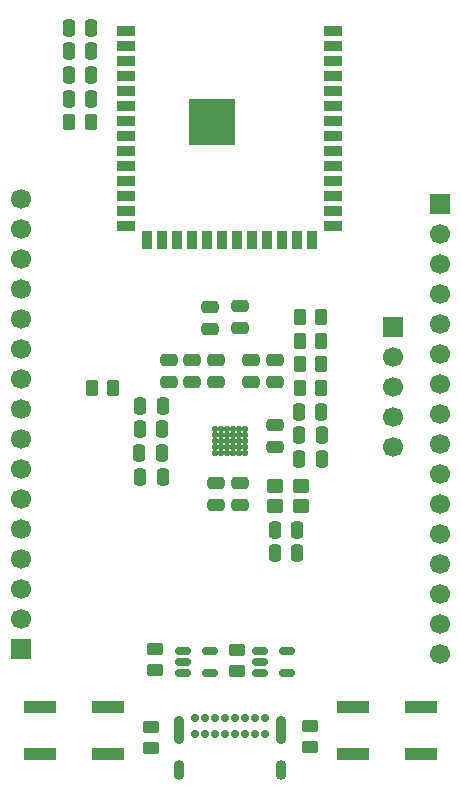
<source format=gbr>
%TF.GenerationSoftware,KiCad,Pcbnew,9.0.3*%
%TF.CreationDate,2025-08-15T22:13:16-04:00*%
%TF.ProjectId,bioimpedance,62696f69-6d70-4656-9461-6e63652e6b69,rev?*%
%TF.SameCoordinates,Original*%
%TF.FileFunction,Soldermask,Top*%
%TF.FilePolarity,Negative*%
%FSLAX46Y46*%
G04 Gerber Fmt 4.6, Leading zero omitted, Abs format (unit mm)*
G04 Created by KiCad (PCBNEW 9.0.3) date 2025-08-15 22:13:16*
%MOMM*%
%LPD*%
G01*
G04 APERTURE LIST*
G04 Aperture macros list*
%AMRoundRect*
0 Rectangle with rounded corners*
0 $1 Rounding radius*
0 $2 $3 $4 $5 $6 $7 $8 $9 X,Y pos of 4 corners*
0 Add a 4 corners polygon primitive as box body*
4,1,4,$2,$3,$4,$5,$6,$7,$8,$9,$2,$3,0*
0 Add four circle primitives for the rounded corners*
1,1,$1+$1,$2,$3*
1,1,$1+$1,$4,$5*
1,1,$1+$1,$6,$7*
1,1,$1+$1,$8,$9*
0 Add four rect primitives between the rounded corners*
20,1,$1+$1,$2,$3,$4,$5,0*
20,1,$1+$1,$4,$5,$6,$7,0*
20,1,$1+$1,$6,$7,$8,$9,0*
20,1,$1+$1,$8,$9,$2,$3,0*%
G04 Aperture macros list end*
%ADD10RoundRect,0.250000X-0.262500X-0.450000X0.262500X-0.450000X0.262500X0.450000X-0.262500X0.450000X0*%
%ADD11R,2.800000X1.000000*%
%ADD12R,1.700000X1.700000*%
%ADD13C,1.700000*%
%ADD14RoundRect,0.250000X-0.450000X-0.350000X0.450000X-0.350000X0.450000X0.350000X-0.450000X0.350000X0*%
%ADD15RoundRect,0.250000X0.475000X-0.250000X0.475000X0.250000X-0.475000X0.250000X-0.475000X-0.250000X0*%
%ADD16C,0.554000*%
%ADD17RoundRect,0.250000X-0.475000X0.250000X-0.475000X-0.250000X0.475000X-0.250000X0.475000X0.250000X0*%
%ADD18R,1.500000X0.900000*%
%ADD19R,0.900000X1.500000*%
%ADD20C,0.600000*%
%ADD21R,3.900000X3.900000*%
%ADD22RoundRect,0.250000X0.250000X0.475000X-0.250000X0.475000X-0.250000X-0.475000X0.250000X-0.475000X0*%
%ADD23RoundRect,0.150000X-0.512500X-0.150000X0.512500X-0.150000X0.512500X0.150000X-0.512500X0.150000X0*%
%ADD24RoundRect,0.250000X0.450000X-0.262500X0.450000X0.262500X-0.450000X0.262500X-0.450000X-0.262500X0*%
%ADD25RoundRect,0.250000X0.262500X0.450000X-0.262500X0.450000X-0.262500X-0.450000X0.262500X-0.450000X0*%
%ADD26RoundRect,0.250000X-0.450000X0.262500X-0.450000X-0.262500X0.450000X-0.262500X0.450000X0.262500X0*%
%ADD27RoundRect,0.250000X-0.250000X-0.475000X0.250000X-0.475000X0.250000X0.475000X-0.250000X0.475000X0*%
%ADD28C,0.700000*%
%ADD29O,0.900000X2.400000*%
%ADD30O,0.900000X1.700000*%
G04 APERTURE END LIST*
D10*
%TO.C,R4*%
X119587500Y-66000000D03*
X121412500Y-66000000D03*
%TD*%
D11*
%TO.C,SW5*%
X97600000Y-93000000D03*
X103400000Y-93000000D03*
X97600000Y-97000000D03*
X103400000Y-97000000D03*
%TD*%
D12*
%TO.C,J8*%
X96000000Y-88120000D03*
D13*
X96000000Y-85580000D03*
X96000000Y-83040000D03*
X96000000Y-80500000D03*
X96000000Y-77960000D03*
X96000000Y-75420000D03*
X96000000Y-72880000D03*
X96000000Y-70340000D03*
X96000000Y-67800000D03*
X96000000Y-65260000D03*
X96000000Y-62720000D03*
X96000000Y-60180000D03*
X96000000Y-57640000D03*
X96000000Y-55100000D03*
X96000000Y-52560000D03*
X96000000Y-50020000D03*
%TD*%
D14*
%TO.C,Y1*%
X117500000Y-76000000D03*
X119700000Y-76000000D03*
X119700000Y-74300000D03*
X117500000Y-74300000D03*
%TD*%
D15*
%TO.C,C18*%
X112490000Y-65500000D03*
X112490000Y-63600000D03*
%TD*%
D16*
%TO.C,U2*%
X112425000Y-69500000D03*
X112925000Y-69500000D03*
X113425000Y-69500000D03*
X113925000Y-69500000D03*
X114425000Y-69500000D03*
X114925000Y-69500000D03*
X112425000Y-70000000D03*
X112925000Y-70000000D03*
X113425000Y-70000000D03*
X113925000Y-70000000D03*
X114425000Y-70000000D03*
X114925000Y-70000000D03*
X112425000Y-70500000D03*
X112925000Y-70500000D03*
X113425000Y-70500000D03*
X113925000Y-70500000D03*
X114425000Y-70500000D03*
X114925000Y-70500000D03*
X112425000Y-71000000D03*
X112925000Y-71000000D03*
X113425000Y-71000000D03*
X113925000Y-71000000D03*
X114425000Y-71000000D03*
X114925000Y-71000000D03*
X112425000Y-71500000D03*
X112925000Y-71500000D03*
X113425000Y-71500000D03*
X113925000Y-71500000D03*
X114425000Y-71500000D03*
X114925000Y-71500000D03*
%TD*%
D17*
%TO.C,C22*%
X114500000Y-74000000D03*
X114500000Y-75900000D03*
%TD*%
D18*
%TO.C,U1*%
X104925000Y-35740000D03*
X104925000Y-37010000D03*
X104925000Y-38280000D03*
X104925000Y-39550000D03*
X104925000Y-40820000D03*
X104925000Y-42090000D03*
X104925000Y-43360000D03*
X104925000Y-44630000D03*
X104925000Y-45900000D03*
X104925000Y-47170000D03*
X104925000Y-48440000D03*
X104925000Y-49710000D03*
X104925000Y-50980000D03*
X104925000Y-52250000D03*
D19*
X106690000Y-53500000D03*
X107960000Y-53500000D03*
X109230000Y-53500000D03*
X110500000Y-53500000D03*
X111770000Y-53500000D03*
X113040000Y-53500000D03*
X114310000Y-53500000D03*
X115580000Y-53500000D03*
X116850000Y-53500000D03*
X118120000Y-53500000D03*
X119390000Y-53500000D03*
X120660000Y-53500000D03*
D18*
X122425000Y-52250000D03*
X122425000Y-50980000D03*
X122425000Y-49710000D03*
X122425000Y-48440000D03*
X122425000Y-47170000D03*
X122425000Y-45900000D03*
X122425000Y-44630000D03*
X122425000Y-43360000D03*
X122425000Y-42090000D03*
X122425000Y-40820000D03*
X122425000Y-39550000D03*
X122425000Y-38280000D03*
X122425000Y-37010000D03*
X122425000Y-35740000D03*
D20*
X110775000Y-42760000D03*
X110775000Y-44160000D03*
X111475000Y-42060000D03*
X111475000Y-43460000D03*
X111475000Y-44860000D03*
X112175000Y-42760000D03*
D21*
X112175000Y-43460000D03*
D20*
X112175000Y-44160000D03*
X112875000Y-42060000D03*
X112875000Y-43460000D03*
X112875000Y-44860000D03*
X113575000Y-42760000D03*
X113575000Y-44160000D03*
%TD*%
D22*
%TO.C,C24*%
X101950000Y-37500000D03*
X100050000Y-37500000D03*
%TD*%
D23*
%TO.C,U3*%
X109752700Y-88225000D03*
X109752700Y-89175000D03*
X109752700Y-90125000D03*
X112027700Y-90125000D03*
X112027700Y-88225000D03*
%TD*%
D15*
%TO.C,C1*%
X117500000Y-71000000D03*
X117500000Y-69100000D03*
%TD*%
D22*
%TO.C,C11*%
X107900000Y-71500000D03*
X106000000Y-71500000D03*
%TD*%
D15*
%TO.C,C14*%
X110500000Y-65500000D03*
X110500000Y-63600000D03*
%TD*%
D12*
%TO.C,J6*%
X131500000Y-50420000D03*
D13*
X131500000Y-52960000D03*
X131500000Y-55500000D03*
X131500000Y-58040000D03*
X131500000Y-60580000D03*
X131500000Y-63120000D03*
X131500000Y-65660000D03*
X131500000Y-68200000D03*
X131500000Y-70740000D03*
X131500000Y-73280000D03*
X131500000Y-75820000D03*
X131500000Y-78360000D03*
X131500000Y-80900000D03*
X131500000Y-83440000D03*
X131500000Y-85980000D03*
X131500000Y-88520000D03*
%TD*%
D11*
%TO.C,SW6*%
X124100000Y-93000000D03*
X129900000Y-93000000D03*
X124100000Y-97000000D03*
X129900000Y-97000000D03*
%TD*%
D22*
%TO.C,C12*%
X108000000Y-67500000D03*
X106100000Y-67500000D03*
%TD*%
D24*
%TO.C,R16*%
X107000000Y-96500000D03*
X107000000Y-94675000D03*
%TD*%
D22*
%TO.C,C8*%
X101950000Y-41500000D03*
X100050000Y-41500000D03*
%TD*%
D25*
%TO.C,R2*%
X103825000Y-66000000D03*
X102000000Y-66000000D03*
%TD*%
D10*
%TO.C,R5*%
X119587500Y-62000000D03*
X121412500Y-62000000D03*
%TD*%
D22*
%TO.C,C9*%
X121450000Y-70000000D03*
X119550000Y-70000000D03*
%TD*%
%TO.C,C10*%
X107950000Y-69500000D03*
X106050000Y-69500000D03*
%TD*%
D26*
%TO.C,R8*%
X114252700Y-88175000D03*
X114252700Y-90000000D03*
%TD*%
D23*
%TO.C,U4*%
X116252700Y-88225000D03*
X116252700Y-89175000D03*
X116252700Y-90125000D03*
X118527700Y-90125000D03*
X118527700Y-88225000D03*
%TD*%
D22*
%TO.C,C5*%
X101950000Y-35500000D03*
X100050000Y-35500000D03*
%TD*%
D26*
%TO.C,R15*%
X120500000Y-94587500D03*
X120500000Y-96412500D03*
%TD*%
D17*
%TO.C,C20*%
X112000000Y-59100000D03*
X112000000Y-61000000D03*
%TD*%
D22*
%TO.C,C6*%
X101950000Y-39500000D03*
X100050000Y-39500000D03*
%TD*%
D27*
%TO.C,C3*%
X117500000Y-80000000D03*
X119400000Y-80000000D03*
%TD*%
D22*
%TO.C,C21*%
X108000000Y-73500000D03*
X106100000Y-73500000D03*
%TD*%
D17*
%TO.C,C4*%
X112500000Y-74000000D03*
X112500000Y-75900000D03*
%TD*%
D27*
%TO.C,C17*%
X119500000Y-68000000D03*
X121400000Y-68000000D03*
%TD*%
D17*
%TO.C,C16*%
X117500000Y-63600000D03*
X117500000Y-65500000D03*
%TD*%
D26*
%TO.C,R7*%
X107340200Y-88087500D03*
X107340200Y-89912500D03*
%TD*%
D25*
%TO.C,R6*%
X121412500Y-60000000D03*
X119587500Y-60000000D03*
%TD*%
D27*
%TO.C,C2*%
X117500000Y-77990000D03*
X119400000Y-77990000D03*
%TD*%
D10*
%TO.C,R3*%
X119587500Y-64000000D03*
X121412500Y-64000000D03*
%TD*%
D15*
%TO.C,C19*%
X114500000Y-60950000D03*
X114500000Y-59050000D03*
%TD*%
D27*
%TO.C,C23*%
X119550000Y-72000000D03*
X121450000Y-72000000D03*
%TD*%
D15*
%TO.C,C15*%
X115500000Y-65500000D03*
X115500000Y-63600000D03*
%TD*%
D10*
%TO.C,R1*%
X100087500Y-43500000D03*
X101912500Y-43500000D03*
%TD*%
D28*
%TO.C,J3*%
X110700000Y-93975000D03*
X111550000Y-93975000D03*
X112400000Y-93975000D03*
X113250000Y-93975000D03*
X114100000Y-93975000D03*
X114950000Y-93975000D03*
X115800000Y-93975000D03*
X116650000Y-93975000D03*
X116650000Y-95325000D03*
X115800000Y-95325000D03*
X114950000Y-95325000D03*
X114100000Y-95325000D03*
X113250000Y-95325000D03*
X112400000Y-95325000D03*
X111550000Y-95325000D03*
X110700000Y-95325000D03*
D29*
X109350000Y-94955000D03*
D30*
X109350000Y-98335000D03*
D29*
X118000000Y-94955000D03*
D30*
X118000000Y-98335000D03*
%TD*%
D15*
%TO.C,C13*%
X108500000Y-65500000D03*
X108500000Y-63600000D03*
%TD*%
D12*
%TO.C,J1*%
X127500000Y-60840000D03*
D13*
X127500000Y-63380000D03*
X127500000Y-65920000D03*
X127500000Y-68460000D03*
X127500000Y-71000000D03*
%TD*%
M02*

</source>
